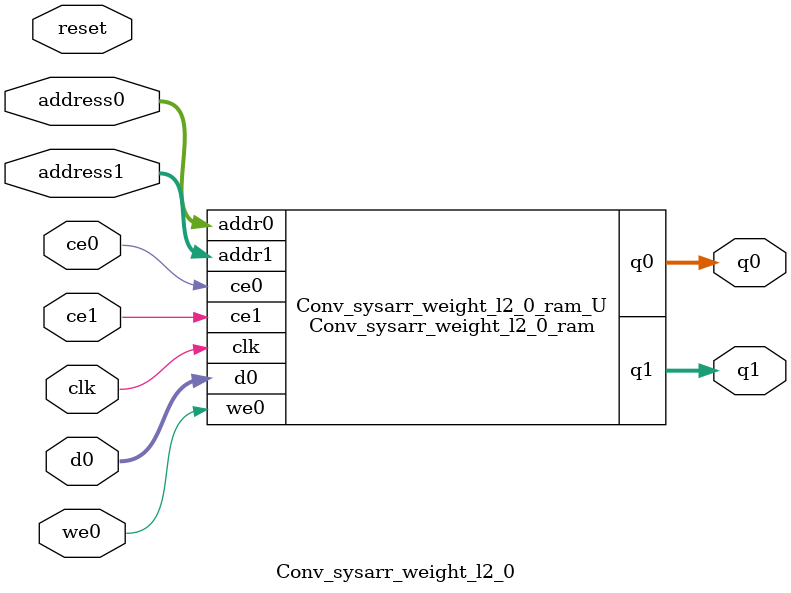
<source format=v>
`timescale 1 ns / 1 ps
module Conv_sysarr_weight_l2_0_ram (addr0, ce0, d0, we0, q0, addr1, ce1, q1,  clk);

parameter DWIDTH = 8;
parameter AWIDTH = 9;
parameter MEM_SIZE = 512;

input[AWIDTH-1:0] addr0;
input ce0;
input[DWIDTH-1:0] d0;
input we0;
output reg[DWIDTH-1:0] q0;
input[AWIDTH-1:0] addr1;
input ce1;
output reg[DWIDTH-1:0] q1;
input clk;

(* ram_style = "block" *)reg [DWIDTH-1:0] ram[0:MEM_SIZE-1];




always @(posedge clk)  
begin 
    if (ce0) begin
        if (we0) 
            ram[addr0] <= d0; 
        q0 <= ram[addr0];
    end
end


always @(posedge clk)  
begin 
    if (ce1) begin
        q1 <= ram[addr1];
    end
end


endmodule

`timescale 1 ns / 1 ps
module Conv_sysarr_weight_l2_0(
    reset,
    clk,
    address0,
    ce0,
    we0,
    d0,
    q0,
    address1,
    ce1,
    q1);

parameter DataWidth = 32'd8;
parameter AddressRange = 32'd512;
parameter AddressWidth = 32'd9;
input reset;
input clk;
input[AddressWidth - 1:0] address0;
input ce0;
input we0;
input[DataWidth - 1:0] d0;
output[DataWidth - 1:0] q0;
input[AddressWidth - 1:0] address1;
input ce1;
output[DataWidth - 1:0] q1;



Conv_sysarr_weight_l2_0_ram Conv_sysarr_weight_l2_0_ram_U(
    .clk( clk ),
    .addr0( address0 ),
    .ce0( ce0 ),
    .we0( we0 ),
    .d0( d0 ),
    .q0( q0 ),
    .addr1( address1 ),
    .ce1( ce1 ),
    .q1( q1 ));

endmodule


</source>
